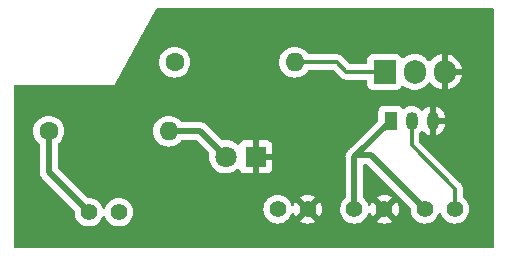
<source format=gbr>
G04 #@! TF.GenerationSoftware,KiCad,Pcbnew,(6.0.7)*
G04 #@! TF.CreationDate,2022-08-24T05:43:28-04:00*
G04 #@! TF.ProjectId,control temperatura,636f6e74-726f-46c2-9074-656d70657261,rev?*
G04 #@! TF.SameCoordinates,Original*
G04 #@! TF.FileFunction,Copper,L1,Top*
G04 #@! TF.FilePolarity,Positive*
%FSLAX46Y46*%
G04 Gerber Fmt 4.6, Leading zero omitted, Abs format (unit mm)*
G04 Created by KiCad (PCBNEW (6.0.7)) date 2022-08-24 05:43:28*
%MOMM*%
%LPD*%
G01*
G04 APERTURE LIST*
G04 #@! TA.AperFunction,ComponentPad*
%ADD10C,1.400000*%
G04 #@! TD*
G04 #@! TA.AperFunction,ComponentPad*
%ADD11C,1.600000*%
G04 #@! TD*
G04 #@! TA.AperFunction,ComponentPad*
%ADD12O,1.600000X1.600000*%
G04 #@! TD*
G04 #@! TA.AperFunction,ComponentPad*
%ADD13R,1.050000X1.500000*%
G04 #@! TD*
G04 #@! TA.AperFunction,ComponentPad*
%ADD14O,1.050000X1.500000*%
G04 #@! TD*
G04 #@! TA.AperFunction,ComponentPad*
%ADD15R,1.800000X1.800000*%
G04 #@! TD*
G04 #@! TA.AperFunction,ComponentPad*
%ADD16C,1.800000*%
G04 #@! TD*
G04 #@! TA.AperFunction,ComponentPad*
%ADD17R,1.905000X2.000000*%
G04 #@! TD*
G04 #@! TA.AperFunction,ComponentPad*
%ADD18O,1.905000X2.000000*%
G04 #@! TD*
G04 #@! TA.AperFunction,Conductor*
%ADD19C,0.500000*%
G04 #@! TD*
G04 #@! TA.AperFunction,Conductor*
%ADD20C,0.300000*%
G04 #@! TD*
G04 APERTURE END LIST*
D10*
X143750000Y-71000000D03*
X146290000Y-71000000D03*
X137250000Y-71000000D03*
X139790000Y-71000000D03*
D11*
X117856000Y-64389000D03*
D12*
X128016000Y-64389000D03*
D13*
X146812000Y-63500000D03*
D14*
X148590000Y-63500000D03*
X150368000Y-63500000D03*
D10*
X152250000Y-71000000D03*
X149710000Y-71000000D03*
D15*
X135382000Y-66548000D03*
D16*
X132842000Y-66548000D03*
D10*
X123805000Y-71247000D03*
X121265000Y-71247000D03*
D17*
X146304000Y-59365000D03*
D18*
X148844000Y-59365000D03*
X151384000Y-59365000D03*
D11*
X128524000Y-58547000D03*
D12*
X138684000Y-58547000D03*
D19*
X149710000Y-71000000D02*
X145116000Y-66406000D01*
X143906000Y-66406000D02*
X146812000Y-63500000D01*
X143750000Y-66562000D02*
X143906000Y-66406000D01*
X145116000Y-66406000D02*
X143906000Y-66406000D01*
X143750000Y-71000000D02*
X143750000Y-66562000D01*
D20*
X148590000Y-65590000D02*
X148590000Y-63500000D01*
X152250000Y-69250000D02*
X148590000Y-65590000D01*
X152250000Y-71000000D02*
X152250000Y-69250000D01*
D19*
X130683000Y-64389000D02*
X128016000Y-64389000D01*
X132842000Y-66548000D02*
X130683000Y-64389000D01*
D20*
X128397000Y-58420000D02*
X128524000Y-58547000D01*
D19*
X117856000Y-67838000D02*
X117856000Y-64389000D01*
X121265000Y-71247000D02*
X117856000Y-67838000D01*
D20*
X143058000Y-59365000D02*
X146304000Y-59365000D01*
X142240000Y-58547000D02*
X143058000Y-59365000D01*
X138684000Y-58547000D02*
X142240000Y-58547000D01*
G04 #@! TA.AperFunction,Conductor*
G36*
X155517121Y-53995002D02*
G01*
X155563614Y-54048658D01*
X155575000Y-54101000D01*
X155575000Y-74169000D01*
X155554998Y-74237121D01*
X155501342Y-74283614D01*
X155449000Y-74295000D01*
X115060799Y-74295000D01*
X114992678Y-74274998D01*
X114946185Y-74221342D01*
X114934799Y-74169201D01*
X114932070Y-72459637D01*
X114919188Y-64389000D01*
X116542502Y-64389000D01*
X116562457Y-64617087D01*
X116563881Y-64622400D01*
X116563881Y-64622402D01*
X116610238Y-64795405D01*
X116621716Y-64838243D01*
X116624039Y-64843224D01*
X116624039Y-64843225D01*
X116716151Y-65040762D01*
X116716154Y-65040767D01*
X116718477Y-65045749D01*
X116721634Y-65050257D01*
X116813575Y-65181562D01*
X116849802Y-65233300D01*
X117011700Y-65395198D01*
X117043771Y-65417655D01*
X117088099Y-65473110D01*
X117097500Y-65520867D01*
X117097500Y-67770930D01*
X117096067Y-67789880D01*
X117093961Y-67803724D01*
X117092801Y-67811349D01*
X117093394Y-67818641D01*
X117093394Y-67818644D01*
X117097085Y-67864018D01*
X117097500Y-67874233D01*
X117097500Y-67882293D01*
X117097925Y-67885937D01*
X117100789Y-67910507D01*
X117101222Y-67914882D01*
X117104882Y-67959872D01*
X117107140Y-67987637D01*
X117109396Y-67994601D01*
X117110587Y-68000560D01*
X117111971Y-68006415D01*
X117112818Y-68013681D01*
X117137735Y-68082327D01*
X117139152Y-68086455D01*
X117161649Y-68155899D01*
X117165445Y-68162154D01*
X117167951Y-68167628D01*
X117170670Y-68173058D01*
X117173167Y-68179937D01*
X117177180Y-68186057D01*
X117177180Y-68186058D01*
X117213186Y-68240976D01*
X117215523Y-68244680D01*
X117253405Y-68307107D01*
X117257121Y-68311315D01*
X117257122Y-68311316D01*
X117260803Y-68315484D01*
X117260776Y-68315508D01*
X117263429Y-68318500D01*
X117266132Y-68321733D01*
X117270144Y-68327852D01*
X117275456Y-68332884D01*
X117326383Y-68381128D01*
X117328825Y-68383506D01*
X120021635Y-71076316D01*
X120055661Y-71138628D01*
X120058061Y-71176392D01*
X120055543Y-71205175D01*
X120051884Y-71247000D01*
X120070314Y-71457655D01*
X120071738Y-71462968D01*
X120071738Y-71462970D01*
X120119858Y-71642554D01*
X120125044Y-71661910D01*
X120214411Y-71853558D01*
X120335699Y-72026776D01*
X120485224Y-72176301D01*
X120658442Y-72297589D01*
X120663420Y-72299910D01*
X120663423Y-72299912D01*
X120845108Y-72384633D01*
X120850090Y-72386956D01*
X120855398Y-72388378D01*
X120855400Y-72388379D01*
X121049030Y-72440262D01*
X121049032Y-72440262D01*
X121054345Y-72441686D01*
X121265000Y-72460116D01*
X121475655Y-72441686D01*
X121480968Y-72440262D01*
X121480970Y-72440262D01*
X121674600Y-72388379D01*
X121674602Y-72388378D01*
X121679910Y-72386956D01*
X121684892Y-72384633D01*
X121866577Y-72299912D01*
X121866580Y-72299910D01*
X121871558Y-72297589D01*
X122044776Y-72176301D01*
X122194301Y-72026776D01*
X122315589Y-71853558D01*
X122404956Y-71661910D01*
X122410143Y-71642554D01*
X122413293Y-71630796D01*
X122450245Y-71570173D01*
X122514106Y-71539152D01*
X122584600Y-71547580D01*
X122639347Y-71592783D01*
X122656707Y-71630796D01*
X122659858Y-71642554D01*
X122665044Y-71661910D01*
X122754411Y-71853558D01*
X122875699Y-72026776D01*
X123025224Y-72176301D01*
X123198442Y-72297589D01*
X123203420Y-72299910D01*
X123203423Y-72299912D01*
X123385108Y-72384633D01*
X123390090Y-72386956D01*
X123395398Y-72388378D01*
X123395400Y-72388379D01*
X123589030Y-72440262D01*
X123589032Y-72440262D01*
X123594345Y-72441686D01*
X123805000Y-72460116D01*
X124015655Y-72441686D01*
X124020968Y-72440262D01*
X124020970Y-72440262D01*
X124214600Y-72388379D01*
X124214602Y-72388378D01*
X124219910Y-72386956D01*
X124224892Y-72384633D01*
X124406577Y-72299912D01*
X124406580Y-72299910D01*
X124411558Y-72297589D01*
X124584776Y-72176301D01*
X124734301Y-72026776D01*
X124855589Y-71853558D01*
X124944956Y-71661910D01*
X124950143Y-71642554D01*
X124998262Y-71462970D01*
X124998262Y-71462968D01*
X124999686Y-71457655D01*
X125018116Y-71247000D01*
X124999686Y-71036345D01*
X124998262Y-71031030D01*
X124989948Y-71000000D01*
X136036884Y-71000000D01*
X136055314Y-71210655D01*
X136056738Y-71215968D01*
X136056738Y-71215970D01*
X136108575Y-71409426D01*
X136110044Y-71414910D01*
X136112366Y-71419891D01*
X136112367Y-71419892D01*
X136192988Y-71592783D01*
X136199411Y-71606558D01*
X136320699Y-71779776D01*
X136470224Y-71929301D01*
X136643442Y-72050589D01*
X136648420Y-72052910D01*
X136648423Y-72052912D01*
X136829092Y-72137159D01*
X136835090Y-72139956D01*
X136840398Y-72141378D01*
X136840400Y-72141379D01*
X137034030Y-72193262D01*
X137034032Y-72193262D01*
X137039345Y-72194686D01*
X137250000Y-72213116D01*
X137460655Y-72194686D01*
X137465968Y-72193262D01*
X137465970Y-72193262D01*
X137659600Y-72141379D01*
X137659602Y-72141378D01*
X137664910Y-72139956D01*
X137670908Y-72137159D01*
X137851577Y-72052912D01*
X137851580Y-72052910D01*
X137856558Y-72050589D01*
X137908440Y-72014261D01*
X139140294Y-72014261D01*
X139149590Y-72026276D01*
X139179189Y-72047001D01*
X139188677Y-72052479D01*
X139370277Y-72137159D01*
X139380571Y-72140907D01*
X139574122Y-72192769D01*
X139584909Y-72194671D01*
X139784525Y-72212135D01*
X139795475Y-72212135D01*
X139995091Y-72194671D01*
X140005878Y-72192769D01*
X140199429Y-72140907D01*
X140209723Y-72137159D01*
X140391323Y-72052479D01*
X140400811Y-72047001D01*
X140431248Y-72025689D01*
X140439623Y-72015212D01*
X140432554Y-72001764D01*
X139802812Y-71372022D01*
X139788868Y-71364408D01*
X139787035Y-71364539D01*
X139780420Y-71368790D01*
X139146724Y-72002486D01*
X139140294Y-72014261D01*
X137908440Y-72014261D01*
X138029776Y-71929301D01*
X138179301Y-71779776D01*
X138300589Y-71606558D01*
X138307013Y-71592783D01*
X138387633Y-71419892D01*
X138387634Y-71419891D01*
X138389956Y-71414910D01*
X138391379Y-71409600D01*
X138391382Y-71409592D01*
X138398553Y-71382829D01*
X138435504Y-71322207D01*
X138499365Y-71291185D01*
X138569860Y-71299614D01*
X138624606Y-71344818D01*
X138641966Y-71382830D01*
X138649092Y-71409426D01*
X138652841Y-71419723D01*
X138737521Y-71601323D01*
X138742999Y-71610811D01*
X138764311Y-71641248D01*
X138774788Y-71649623D01*
X138788236Y-71642554D01*
X139417978Y-71012812D01*
X139424356Y-71001132D01*
X140154408Y-71001132D01*
X140154539Y-71002965D01*
X140158790Y-71009580D01*
X140792486Y-71643276D01*
X140804261Y-71649706D01*
X140816276Y-71640410D01*
X140837001Y-71610811D01*
X140842479Y-71601323D01*
X140927159Y-71419723D01*
X140930907Y-71409429D01*
X140982769Y-71215878D01*
X140984671Y-71205091D01*
X141002135Y-71005475D01*
X141002135Y-71000000D01*
X142536884Y-71000000D01*
X142555314Y-71210655D01*
X142556738Y-71215968D01*
X142556738Y-71215970D01*
X142608575Y-71409426D01*
X142610044Y-71414910D01*
X142612366Y-71419891D01*
X142612367Y-71419892D01*
X142692988Y-71592783D01*
X142699411Y-71606558D01*
X142820699Y-71779776D01*
X142970224Y-71929301D01*
X143143442Y-72050589D01*
X143148420Y-72052910D01*
X143148423Y-72052912D01*
X143329092Y-72137159D01*
X143335090Y-72139956D01*
X143340398Y-72141378D01*
X143340400Y-72141379D01*
X143534030Y-72193262D01*
X143534032Y-72193262D01*
X143539345Y-72194686D01*
X143750000Y-72213116D01*
X143960655Y-72194686D01*
X143965968Y-72193262D01*
X143965970Y-72193262D01*
X144159600Y-72141379D01*
X144159602Y-72141378D01*
X144164910Y-72139956D01*
X144170908Y-72137159D01*
X144351577Y-72052912D01*
X144351580Y-72052910D01*
X144356558Y-72050589D01*
X144408440Y-72014261D01*
X145640294Y-72014261D01*
X145649590Y-72026276D01*
X145679189Y-72047001D01*
X145688677Y-72052479D01*
X145870277Y-72137159D01*
X145880571Y-72140907D01*
X146074122Y-72192769D01*
X146084909Y-72194671D01*
X146284525Y-72212135D01*
X146295475Y-72212135D01*
X146495091Y-72194671D01*
X146505878Y-72192769D01*
X146699429Y-72140907D01*
X146709723Y-72137159D01*
X146891323Y-72052479D01*
X146900811Y-72047001D01*
X146931248Y-72025689D01*
X146939623Y-72015212D01*
X146932554Y-72001764D01*
X146302812Y-71372022D01*
X146288868Y-71364408D01*
X146287035Y-71364539D01*
X146280420Y-71368790D01*
X145646724Y-72002486D01*
X145640294Y-72014261D01*
X144408440Y-72014261D01*
X144529776Y-71929301D01*
X144679301Y-71779776D01*
X144800589Y-71606558D01*
X144807013Y-71592783D01*
X144887633Y-71419892D01*
X144887634Y-71419891D01*
X144889956Y-71414910D01*
X144891379Y-71409600D01*
X144891382Y-71409592D01*
X144898553Y-71382829D01*
X144935504Y-71322207D01*
X144999365Y-71291185D01*
X145069860Y-71299614D01*
X145124606Y-71344818D01*
X145141966Y-71382830D01*
X145149092Y-71409426D01*
X145152841Y-71419723D01*
X145237521Y-71601323D01*
X145242999Y-71610811D01*
X145264311Y-71641248D01*
X145274788Y-71649623D01*
X145288236Y-71642554D01*
X145917978Y-71012812D01*
X145924356Y-71001132D01*
X146654408Y-71001132D01*
X146654539Y-71002965D01*
X146658790Y-71009580D01*
X147292486Y-71643276D01*
X147304261Y-71649706D01*
X147316276Y-71640410D01*
X147337001Y-71610811D01*
X147342479Y-71601323D01*
X147427159Y-71419723D01*
X147430907Y-71409429D01*
X147482769Y-71215878D01*
X147484671Y-71205091D01*
X147502135Y-71005475D01*
X147502135Y-70994525D01*
X147484671Y-70794909D01*
X147482769Y-70784122D01*
X147430907Y-70590571D01*
X147427159Y-70580277D01*
X147342479Y-70398677D01*
X147337001Y-70389189D01*
X147315689Y-70358752D01*
X147305212Y-70350377D01*
X147291764Y-70357446D01*
X146662022Y-70987188D01*
X146654408Y-71001132D01*
X145924356Y-71001132D01*
X145925592Y-70998868D01*
X145925461Y-70997035D01*
X145921210Y-70990420D01*
X145287514Y-70356724D01*
X145275739Y-70350294D01*
X145263724Y-70359590D01*
X145242999Y-70389189D01*
X145237521Y-70398677D01*
X145152841Y-70580277D01*
X145149092Y-70590574D01*
X145141966Y-70617170D01*
X145105014Y-70677793D01*
X145041154Y-70708814D01*
X144970659Y-70700386D01*
X144915912Y-70655183D01*
X144898553Y-70617171D01*
X144891382Y-70590408D01*
X144891378Y-70590397D01*
X144889956Y-70585090D01*
X144800589Y-70393442D01*
X144679301Y-70220224D01*
X144545405Y-70086328D01*
X144511379Y-70024016D01*
X144508500Y-69997233D01*
X144508500Y-69984788D01*
X145640377Y-69984788D01*
X145647446Y-69998236D01*
X146277188Y-70627978D01*
X146291132Y-70635592D01*
X146292965Y-70635461D01*
X146299580Y-70631210D01*
X146933276Y-69997514D01*
X146939706Y-69985739D01*
X146930410Y-69973724D01*
X146900811Y-69952999D01*
X146891323Y-69947521D01*
X146709723Y-69862841D01*
X146699429Y-69859093D01*
X146505878Y-69807231D01*
X146495091Y-69805329D01*
X146295475Y-69787865D01*
X146284525Y-69787865D01*
X146084909Y-69805329D01*
X146074122Y-69807231D01*
X145880571Y-69859093D01*
X145870277Y-69862841D01*
X145688677Y-69947521D01*
X145679189Y-69952999D01*
X145648752Y-69974311D01*
X145640377Y-69984788D01*
X144508500Y-69984788D01*
X144508500Y-67290500D01*
X144528502Y-67222379D01*
X144582158Y-67175886D01*
X144634500Y-67164500D01*
X144749629Y-67164500D01*
X144817750Y-67184502D01*
X144838724Y-67201405D01*
X148466635Y-70829316D01*
X148500661Y-70891628D01*
X148503061Y-70929392D01*
X148500834Y-70954848D01*
X148496884Y-71000000D01*
X148515314Y-71210655D01*
X148516738Y-71215968D01*
X148516738Y-71215970D01*
X148568575Y-71409426D01*
X148570044Y-71414910D01*
X148572366Y-71419891D01*
X148572367Y-71419892D01*
X148652988Y-71592783D01*
X148659411Y-71606558D01*
X148780699Y-71779776D01*
X148930224Y-71929301D01*
X149103442Y-72050589D01*
X149108420Y-72052910D01*
X149108423Y-72052912D01*
X149289092Y-72137159D01*
X149295090Y-72139956D01*
X149300398Y-72141378D01*
X149300400Y-72141379D01*
X149494030Y-72193262D01*
X149494032Y-72193262D01*
X149499345Y-72194686D01*
X149710000Y-72213116D01*
X149920655Y-72194686D01*
X149925968Y-72193262D01*
X149925970Y-72193262D01*
X150119600Y-72141379D01*
X150119602Y-72141378D01*
X150124910Y-72139956D01*
X150130908Y-72137159D01*
X150311577Y-72052912D01*
X150311580Y-72052910D01*
X150316558Y-72050589D01*
X150489776Y-71929301D01*
X150639301Y-71779776D01*
X150760589Y-71606558D01*
X150767013Y-71592783D01*
X150847633Y-71419892D01*
X150847634Y-71419891D01*
X150849956Y-71414910D01*
X150851426Y-71409426D01*
X150858293Y-71383796D01*
X150895245Y-71323173D01*
X150959106Y-71292152D01*
X151029600Y-71300580D01*
X151084347Y-71345783D01*
X151101707Y-71383796D01*
X151108575Y-71409426D01*
X151110044Y-71414910D01*
X151112366Y-71419891D01*
X151112367Y-71419892D01*
X151192988Y-71592783D01*
X151199411Y-71606558D01*
X151320699Y-71779776D01*
X151470224Y-71929301D01*
X151643442Y-72050589D01*
X151648420Y-72052910D01*
X151648423Y-72052912D01*
X151829092Y-72137159D01*
X151835090Y-72139956D01*
X151840398Y-72141378D01*
X151840400Y-72141379D01*
X152034030Y-72193262D01*
X152034032Y-72193262D01*
X152039345Y-72194686D01*
X152250000Y-72213116D01*
X152460655Y-72194686D01*
X152465968Y-72193262D01*
X152465970Y-72193262D01*
X152659600Y-72141379D01*
X152659602Y-72141378D01*
X152664910Y-72139956D01*
X152670908Y-72137159D01*
X152851577Y-72052912D01*
X152851580Y-72052910D01*
X152856558Y-72050589D01*
X153029776Y-71929301D01*
X153179301Y-71779776D01*
X153300589Y-71606558D01*
X153307013Y-71592783D01*
X153387633Y-71419892D01*
X153387634Y-71419891D01*
X153389956Y-71414910D01*
X153391426Y-71409426D01*
X153443262Y-71215970D01*
X153443262Y-71215968D01*
X153444686Y-71210655D01*
X153463116Y-71000000D01*
X153444686Y-70789345D01*
X153422849Y-70707848D01*
X153391379Y-70590400D01*
X153391378Y-70590398D01*
X153389956Y-70585090D01*
X153300589Y-70393442D01*
X153179301Y-70220224D01*
X153029776Y-70070699D01*
X152962230Y-70023403D01*
X152917901Y-69967946D01*
X152908500Y-69920190D01*
X152908500Y-69332059D01*
X152909059Y-69320203D01*
X152910789Y-69312463D01*
X152908562Y-69241611D01*
X152908500Y-69237653D01*
X152908500Y-69208568D01*
X152907946Y-69204179D01*
X152907013Y-69192337D01*
X152905811Y-69154094D01*
X152905562Y-69146169D01*
X152899580Y-69125579D01*
X152895570Y-69106216D01*
X152893875Y-69092796D01*
X152893875Y-69092795D01*
X152892882Y-69084936D01*
X152889966Y-69077571D01*
X152889965Y-69077567D01*
X152875874Y-69041979D01*
X152872035Y-69030769D01*
X152859145Y-68986400D01*
X152848225Y-68967935D01*
X152839534Y-68950195D01*
X152831635Y-68930244D01*
X152804482Y-68892871D01*
X152797967Y-68882952D01*
X152778493Y-68850023D01*
X152778490Y-68850019D01*
X152774453Y-68843193D01*
X152759289Y-68828029D01*
X152746448Y-68812995D01*
X152738501Y-68802057D01*
X152733841Y-68795643D01*
X152698247Y-68766197D01*
X152689468Y-68758208D01*
X149285405Y-65354145D01*
X149251379Y-65291833D01*
X149248500Y-65265050D01*
X149248500Y-64582104D01*
X149268502Y-64513983D01*
X149295544Y-64483911D01*
X149316601Y-64466981D01*
X149322176Y-64460338D01*
X149382742Y-64388157D01*
X149441852Y-64348830D01*
X149512840Y-64347704D01*
X149576907Y-64389512D01*
X149627572Y-64451634D01*
X149636216Y-64460338D01*
X149782809Y-64581610D01*
X149792980Y-64588470D01*
X149960342Y-64678962D01*
X149971647Y-64683714D01*
X150096692Y-64722422D01*
X150110795Y-64722628D01*
X150114000Y-64715873D01*
X150114000Y-64708986D01*
X150622000Y-64708986D01*
X150625973Y-64722517D01*
X150633768Y-64723637D01*
X150750932Y-64689154D01*
X150762300Y-64684561D01*
X150930911Y-64596414D01*
X150941173Y-64589698D01*
X151089443Y-64470485D01*
X151098213Y-64461897D01*
X151220499Y-64316162D01*
X151227437Y-64306031D01*
X151319094Y-64139308D01*
X151323924Y-64128038D01*
X151381452Y-63946685D01*
X151384002Y-63934691D01*
X151400607Y-63786650D01*
X151401000Y-63779626D01*
X151401000Y-63772115D01*
X151396525Y-63756876D01*
X151395135Y-63755671D01*
X151387452Y-63754000D01*
X150640115Y-63754000D01*
X150624876Y-63758475D01*
X150623671Y-63759865D01*
X150622000Y-63767548D01*
X150622000Y-64708986D01*
X150114000Y-64708986D01*
X150114000Y-63227885D01*
X150622000Y-63227885D01*
X150626475Y-63243124D01*
X150627865Y-63244329D01*
X150635548Y-63246000D01*
X151382885Y-63246000D01*
X151398124Y-63241525D01*
X151399329Y-63240135D01*
X151401000Y-63232452D01*
X151401000Y-63227110D01*
X151400700Y-63220965D01*
X151386830Y-63079519D01*
X151384447Y-63067481D01*
X151329458Y-62885349D01*
X151324783Y-62874007D01*
X151235465Y-62706023D01*
X151228678Y-62695807D01*
X151108428Y-62548366D01*
X151099784Y-62539662D01*
X150953191Y-62418390D01*
X150943020Y-62411530D01*
X150775658Y-62321038D01*
X150764353Y-62316286D01*
X150639308Y-62277578D01*
X150625205Y-62277372D01*
X150622000Y-62284127D01*
X150622000Y-63227885D01*
X150114000Y-63227885D01*
X150114000Y-62291014D01*
X150110027Y-62277483D01*
X150102232Y-62276363D01*
X149985068Y-62310846D01*
X149973700Y-62315439D01*
X149805089Y-62403586D01*
X149794827Y-62410302D01*
X149646557Y-62529515D01*
X149637791Y-62538099D01*
X149575907Y-62611849D01*
X149516797Y-62651175D01*
X149445810Y-62652301D01*
X149381743Y-62610493D01*
X149330785Y-62548012D01*
X149330782Y-62548009D01*
X149326890Y-62543237D01*
X149322141Y-62539308D01*
X149175472Y-62417973D01*
X149175469Y-62417971D01*
X149170722Y-62414044D01*
X148992435Y-62317644D01*
X148859078Y-62276363D01*
X148804707Y-62259532D01*
X148804704Y-62259531D01*
X148798820Y-62257710D01*
X148792695Y-62257066D01*
X148792694Y-62257066D01*
X148603378Y-62237168D01*
X148603377Y-62237168D01*
X148597250Y-62236524D01*
X148513986Y-62244102D01*
X148401543Y-62254335D01*
X148401540Y-62254336D01*
X148395404Y-62254894D01*
X148389498Y-62256632D01*
X148389494Y-62256633D01*
X148296079Y-62284127D01*
X148200971Y-62312119D01*
X148195514Y-62314972D01*
X148195511Y-62314973D01*
X148183910Y-62321038D01*
X148021355Y-62406019D01*
X148016555Y-62409879D01*
X148016554Y-62409879D01*
X147931607Y-62478178D01*
X147865984Y-62505274D01*
X147796130Y-62492591D01*
X147751829Y-62455546D01*
X147718528Y-62411113D01*
X147700261Y-62386739D01*
X147583705Y-62299385D01*
X147447316Y-62248255D01*
X147385134Y-62241500D01*
X146238866Y-62241500D01*
X146176684Y-62248255D01*
X146040295Y-62299385D01*
X145923739Y-62386739D01*
X145836385Y-62503295D01*
X145785255Y-62639684D01*
X145778500Y-62701866D01*
X145778500Y-63408629D01*
X145758498Y-63476750D01*
X145741595Y-63497724D01*
X143431850Y-65807469D01*
X143423577Y-65815037D01*
X143422268Y-65816132D01*
X143416148Y-65820144D01*
X143384455Y-65853600D01*
X143362872Y-65876383D01*
X143360494Y-65878825D01*
X143261089Y-65978230D01*
X143246677Y-65990616D01*
X143235082Y-65999149D01*
X143235077Y-65999154D01*
X143229182Y-66003492D01*
X143224443Y-66009070D01*
X143224440Y-66009073D01*
X143194965Y-66043768D01*
X143188035Y-66051284D01*
X143182340Y-66056979D01*
X143180060Y-66059861D01*
X143164719Y-66079251D01*
X143161928Y-66082655D01*
X143119409Y-66132703D01*
X143114667Y-66138285D01*
X143111339Y-66144801D01*
X143107972Y-66149850D01*
X143104805Y-66154979D01*
X143100266Y-66160716D01*
X143069345Y-66226875D01*
X143067442Y-66230769D01*
X143034231Y-66295808D01*
X143032492Y-66302916D01*
X143030393Y-66308559D01*
X143028476Y-66314322D01*
X143025378Y-66320950D01*
X143023888Y-66328112D01*
X143023888Y-66328113D01*
X143010514Y-66392412D01*
X143009544Y-66396696D01*
X142992192Y-66467610D01*
X142991500Y-66478764D01*
X142991464Y-66478762D01*
X142991225Y-66482755D01*
X142990851Y-66486947D01*
X142989360Y-66494115D01*
X142989558Y-66501432D01*
X142991454Y-66571521D01*
X142991500Y-66574928D01*
X142991500Y-69997233D01*
X142971498Y-70065354D01*
X142954595Y-70086328D01*
X142820699Y-70220224D01*
X142699411Y-70393442D01*
X142610044Y-70585090D01*
X142608622Y-70590398D01*
X142608621Y-70590400D01*
X142577151Y-70707848D01*
X142555314Y-70789345D01*
X142536884Y-71000000D01*
X141002135Y-71000000D01*
X141002135Y-70994525D01*
X140984671Y-70794909D01*
X140982769Y-70784122D01*
X140930907Y-70590571D01*
X140927159Y-70580277D01*
X140842479Y-70398677D01*
X140837001Y-70389189D01*
X140815689Y-70358752D01*
X140805212Y-70350377D01*
X140791764Y-70357446D01*
X140162022Y-70987188D01*
X140154408Y-71001132D01*
X139424356Y-71001132D01*
X139425592Y-70998868D01*
X139425461Y-70997035D01*
X139421210Y-70990420D01*
X138787514Y-70356724D01*
X138775739Y-70350294D01*
X138763724Y-70359590D01*
X138742999Y-70389189D01*
X138737521Y-70398677D01*
X138652841Y-70580277D01*
X138649092Y-70590574D01*
X138641966Y-70617170D01*
X138605014Y-70677793D01*
X138541154Y-70708814D01*
X138470659Y-70700386D01*
X138415912Y-70655183D01*
X138398553Y-70617171D01*
X138391382Y-70590408D01*
X138391378Y-70590397D01*
X138389956Y-70585090D01*
X138300589Y-70393442D01*
X138179301Y-70220224D01*
X138029776Y-70070699D01*
X137907082Y-69984788D01*
X139140377Y-69984788D01*
X139147446Y-69998236D01*
X139777188Y-70627978D01*
X139791132Y-70635592D01*
X139792965Y-70635461D01*
X139799580Y-70631210D01*
X140433276Y-69997514D01*
X140439706Y-69985739D01*
X140430410Y-69973724D01*
X140400811Y-69952999D01*
X140391323Y-69947521D01*
X140209723Y-69862841D01*
X140199429Y-69859093D01*
X140005878Y-69807231D01*
X139995091Y-69805329D01*
X139795475Y-69787865D01*
X139784525Y-69787865D01*
X139584909Y-69805329D01*
X139574122Y-69807231D01*
X139380571Y-69859093D01*
X139370277Y-69862841D01*
X139188677Y-69947521D01*
X139179189Y-69952999D01*
X139148752Y-69974311D01*
X139140377Y-69984788D01*
X137907082Y-69984788D01*
X137856558Y-69949411D01*
X137851580Y-69947090D01*
X137851577Y-69947088D01*
X137669892Y-69862367D01*
X137669891Y-69862366D01*
X137664910Y-69860044D01*
X137659602Y-69858622D01*
X137659600Y-69858621D01*
X137465970Y-69806738D01*
X137465968Y-69806738D01*
X137460655Y-69805314D01*
X137250000Y-69786884D01*
X137039345Y-69805314D01*
X137034032Y-69806738D01*
X137034030Y-69806738D01*
X136840400Y-69858621D01*
X136840398Y-69858622D01*
X136835090Y-69860044D01*
X136830109Y-69862366D01*
X136830108Y-69862367D01*
X136648423Y-69947088D01*
X136648420Y-69947090D01*
X136643442Y-69949411D01*
X136470224Y-70070699D01*
X136320699Y-70220224D01*
X136199411Y-70393442D01*
X136110044Y-70585090D01*
X136108622Y-70590398D01*
X136108621Y-70590400D01*
X136077151Y-70707848D01*
X136055314Y-70789345D01*
X136036884Y-71000000D01*
X124989948Y-71000000D01*
X124946379Y-70837400D01*
X124946378Y-70837398D01*
X124944956Y-70832090D01*
X124922545Y-70784030D01*
X124857912Y-70645423D01*
X124857910Y-70645420D01*
X124855589Y-70640442D01*
X124734301Y-70467224D01*
X124584776Y-70317699D01*
X124411558Y-70196411D01*
X124406580Y-70194090D01*
X124406577Y-70194088D01*
X124224892Y-70109367D01*
X124224891Y-70109366D01*
X124219910Y-70107044D01*
X124214602Y-70105622D01*
X124214600Y-70105621D01*
X124020970Y-70053738D01*
X124020968Y-70053738D01*
X124015655Y-70052314D01*
X123805000Y-70033884D01*
X123594345Y-70052314D01*
X123589032Y-70053738D01*
X123589030Y-70053738D01*
X123395400Y-70105621D01*
X123395398Y-70105622D01*
X123390090Y-70107044D01*
X123385109Y-70109366D01*
X123385108Y-70109367D01*
X123203423Y-70194088D01*
X123203420Y-70194090D01*
X123198442Y-70196411D01*
X123025224Y-70317699D01*
X122875699Y-70467224D01*
X122754411Y-70640442D01*
X122752090Y-70645420D01*
X122752088Y-70645423D01*
X122687455Y-70784030D01*
X122665044Y-70832090D01*
X122663622Y-70837398D01*
X122663621Y-70837400D01*
X122656707Y-70863204D01*
X122619755Y-70923827D01*
X122555894Y-70954848D01*
X122485400Y-70946420D01*
X122430653Y-70901217D01*
X122413293Y-70863204D01*
X122406379Y-70837400D01*
X122406378Y-70837398D01*
X122404956Y-70832090D01*
X122382545Y-70784030D01*
X122317912Y-70645423D01*
X122317910Y-70645420D01*
X122315589Y-70640442D01*
X122194301Y-70467224D01*
X122044776Y-70317699D01*
X121871558Y-70196411D01*
X121866580Y-70194090D01*
X121866577Y-70194088D01*
X121684892Y-70109367D01*
X121684891Y-70109366D01*
X121679910Y-70107044D01*
X121674602Y-70105622D01*
X121674600Y-70105621D01*
X121480970Y-70053738D01*
X121480968Y-70053738D01*
X121475655Y-70052314D01*
X121265000Y-70033884D01*
X121259525Y-70034363D01*
X121259524Y-70034363D01*
X121194392Y-70040061D01*
X121124787Y-70026071D01*
X121094316Y-70003635D01*
X118651405Y-67560724D01*
X118617379Y-67498412D01*
X118614500Y-67471629D01*
X118614500Y-65520867D01*
X118634502Y-65452746D01*
X118668228Y-65417655D01*
X118700300Y-65395198D01*
X118862198Y-65233300D01*
X118898426Y-65181562D01*
X118990366Y-65050257D01*
X118993523Y-65045749D01*
X118995846Y-65040767D01*
X118995849Y-65040762D01*
X119087961Y-64843225D01*
X119087961Y-64843224D01*
X119090284Y-64838243D01*
X119101763Y-64795405D01*
X119148119Y-64622402D01*
X119148119Y-64622400D01*
X119149543Y-64617087D01*
X119169498Y-64389000D01*
X126702502Y-64389000D01*
X126722457Y-64617087D01*
X126723881Y-64622400D01*
X126723881Y-64622402D01*
X126770238Y-64795405D01*
X126781716Y-64838243D01*
X126784039Y-64843224D01*
X126784039Y-64843225D01*
X126876151Y-65040762D01*
X126876154Y-65040767D01*
X126878477Y-65045749D01*
X126881634Y-65050257D01*
X126973575Y-65181562D01*
X127009802Y-65233300D01*
X127171700Y-65395198D01*
X127176208Y-65398355D01*
X127176211Y-65398357D01*
X127192762Y-65409946D01*
X127359251Y-65526523D01*
X127364233Y-65528846D01*
X127364238Y-65528849D01*
X127513326Y-65598369D01*
X127566757Y-65623284D01*
X127572065Y-65624706D01*
X127572067Y-65624707D01*
X127782598Y-65681119D01*
X127782600Y-65681119D01*
X127787913Y-65682543D01*
X128016000Y-65702498D01*
X128244087Y-65682543D01*
X128249400Y-65681119D01*
X128249402Y-65681119D01*
X128459933Y-65624707D01*
X128459935Y-65624706D01*
X128465243Y-65623284D01*
X128518674Y-65598369D01*
X128667762Y-65528849D01*
X128667767Y-65528846D01*
X128672749Y-65526523D01*
X128839238Y-65409946D01*
X128855789Y-65398357D01*
X128855792Y-65398355D01*
X128860300Y-65395198D01*
X129022198Y-65233300D01*
X129044655Y-65201229D01*
X129100110Y-65156901D01*
X129147867Y-65147500D01*
X130316629Y-65147500D01*
X130384750Y-65167502D01*
X130405724Y-65184405D01*
X131416017Y-66194698D01*
X131450043Y-66257010D01*
X131452209Y-66297182D01*
X131449669Y-66320950D01*
X131429095Y-66513469D01*
X131429392Y-66518622D01*
X131429392Y-66518625D01*
X131435067Y-66617041D01*
X131442427Y-66744697D01*
X131443564Y-66749743D01*
X131443565Y-66749749D01*
X131458394Y-66815548D01*
X131493346Y-66970642D01*
X131495288Y-66975424D01*
X131495289Y-66975428D01*
X131576687Y-67175886D01*
X131580484Y-67185237D01*
X131701501Y-67382719D01*
X131853147Y-67557784D01*
X132031349Y-67705730D01*
X132231322Y-67822584D01*
X132447694Y-67905209D01*
X132452760Y-67906240D01*
X132452761Y-67906240D01*
X132473734Y-67910507D01*
X132674656Y-67951385D01*
X132805324Y-67956176D01*
X132900949Y-67959683D01*
X132900953Y-67959683D01*
X132906113Y-67959872D01*
X132911233Y-67959216D01*
X132911235Y-67959216D01*
X133010668Y-67946478D01*
X133135847Y-67930442D01*
X133140795Y-67928957D01*
X133140802Y-67928956D01*
X133352747Y-67865369D01*
X133357690Y-67863886D01*
X133438236Y-67824427D01*
X133561049Y-67764262D01*
X133561052Y-67764260D01*
X133565684Y-67761991D01*
X133754243Y-67627494D01*
X133757898Y-67623852D01*
X133757906Y-67623845D01*
X133799697Y-67582199D01*
X133862068Y-67548282D01*
X133932875Y-67553470D01*
X133989637Y-67596116D01*
X134006619Y-67627218D01*
X134028677Y-67686056D01*
X134037214Y-67701649D01*
X134113715Y-67803724D01*
X134126276Y-67816285D01*
X134228351Y-67892786D01*
X134243946Y-67901324D01*
X134364394Y-67946478D01*
X134379649Y-67950105D01*
X134430514Y-67955631D01*
X134437328Y-67956000D01*
X135109885Y-67956000D01*
X135125124Y-67951525D01*
X135126329Y-67950135D01*
X135128000Y-67942452D01*
X135128000Y-67937884D01*
X135636000Y-67937884D01*
X135640475Y-67953123D01*
X135641865Y-67954328D01*
X135649548Y-67955999D01*
X136326669Y-67955999D01*
X136333490Y-67955629D01*
X136384352Y-67950105D01*
X136399604Y-67946479D01*
X136520054Y-67901324D01*
X136535649Y-67892786D01*
X136637724Y-67816285D01*
X136650285Y-67803724D01*
X136726786Y-67701649D01*
X136735324Y-67686054D01*
X136780478Y-67565606D01*
X136784105Y-67550351D01*
X136789631Y-67499486D01*
X136790000Y-67492672D01*
X136790000Y-66820115D01*
X136785525Y-66804876D01*
X136784135Y-66803671D01*
X136776452Y-66802000D01*
X135654115Y-66802000D01*
X135638876Y-66806475D01*
X135637671Y-66807865D01*
X135636000Y-66815548D01*
X135636000Y-67937884D01*
X135128000Y-67937884D01*
X135128000Y-66275885D01*
X135636000Y-66275885D01*
X135640475Y-66291124D01*
X135641865Y-66292329D01*
X135649548Y-66294000D01*
X136771884Y-66294000D01*
X136787123Y-66289525D01*
X136788328Y-66288135D01*
X136789999Y-66280452D01*
X136789999Y-65603331D01*
X136789629Y-65596510D01*
X136784105Y-65545648D01*
X136780479Y-65530396D01*
X136735324Y-65409946D01*
X136726786Y-65394351D01*
X136650285Y-65292276D01*
X136637724Y-65279715D01*
X136535649Y-65203214D01*
X136520054Y-65194676D01*
X136399606Y-65149522D01*
X136384351Y-65145895D01*
X136333486Y-65140369D01*
X136326672Y-65140000D01*
X135654115Y-65140000D01*
X135638876Y-65144475D01*
X135637671Y-65145865D01*
X135636000Y-65153548D01*
X135636000Y-66275885D01*
X135128000Y-66275885D01*
X135128000Y-65158116D01*
X135123525Y-65142877D01*
X135122135Y-65141672D01*
X135114452Y-65140001D01*
X134437331Y-65140001D01*
X134430510Y-65140371D01*
X134379648Y-65145895D01*
X134364396Y-65149521D01*
X134243946Y-65194676D01*
X134228351Y-65203214D01*
X134126276Y-65279715D01*
X134113715Y-65292276D01*
X134037214Y-65394351D01*
X134028675Y-65409948D01*
X134007934Y-65465275D01*
X133965293Y-65522040D01*
X133898731Y-65546740D01*
X133829383Y-65531533D01*
X133806388Y-65514909D01*
X133805887Y-65514358D01*
X133801825Y-65511150D01*
X133628177Y-65374011D01*
X133628172Y-65374008D01*
X133624123Y-65370810D01*
X133619607Y-65368317D01*
X133619604Y-65368315D01*
X133425879Y-65261373D01*
X133425875Y-65261371D01*
X133421355Y-65258876D01*
X133416486Y-65257152D01*
X133416482Y-65257150D01*
X133207903Y-65183288D01*
X133207899Y-65183287D01*
X133203028Y-65181562D01*
X133197935Y-65180655D01*
X133197932Y-65180654D01*
X132980095Y-65141851D01*
X132980089Y-65141850D01*
X132975006Y-65140945D01*
X132897644Y-65140000D01*
X132748581Y-65138179D01*
X132748579Y-65138179D01*
X132743411Y-65138116D01*
X132599515Y-65160135D01*
X132529152Y-65150667D01*
X132491361Y-65124680D01*
X131266770Y-63900089D01*
X131254384Y-63885677D01*
X131245851Y-63874082D01*
X131245846Y-63874077D01*
X131241508Y-63868182D01*
X131235930Y-63863443D01*
X131235927Y-63863440D01*
X131201232Y-63833965D01*
X131193716Y-63827035D01*
X131188021Y-63821340D01*
X131181880Y-63816482D01*
X131165749Y-63803719D01*
X131162345Y-63800928D01*
X131112297Y-63758409D01*
X131112295Y-63758408D01*
X131106715Y-63753667D01*
X131100199Y-63750339D01*
X131095150Y-63746972D01*
X131090021Y-63743805D01*
X131084284Y-63739266D01*
X131018125Y-63708345D01*
X131014225Y-63706439D01*
X130949192Y-63673231D01*
X130942084Y-63671492D01*
X130936441Y-63669393D01*
X130930678Y-63667476D01*
X130924050Y-63664378D01*
X130852583Y-63649513D01*
X130848299Y-63648543D01*
X130777390Y-63631192D01*
X130771788Y-63630844D01*
X130771785Y-63630844D01*
X130766236Y-63630500D01*
X130766238Y-63630464D01*
X130762245Y-63630225D01*
X130758053Y-63629851D01*
X130750885Y-63628360D01*
X130684675Y-63630151D01*
X130673479Y-63630454D01*
X130670072Y-63630500D01*
X129147867Y-63630500D01*
X129079746Y-63610498D01*
X129044655Y-63576772D01*
X129022198Y-63544700D01*
X128860300Y-63382802D01*
X128855792Y-63379645D01*
X128855789Y-63379643D01*
X128777611Y-63324902D01*
X128672749Y-63251477D01*
X128667767Y-63249154D01*
X128667762Y-63249151D01*
X128470225Y-63157039D01*
X128470224Y-63157039D01*
X128465243Y-63154716D01*
X128459935Y-63153294D01*
X128459933Y-63153293D01*
X128249402Y-63096881D01*
X128249400Y-63096881D01*
X128244087Y-63095457D01*
X128016000Y-63075502D01*
X127787913Y-63095457D01*
X127782600Y-63096881D01*
X127782598Y-63096881D01*
X127572067Y-63153293D01*
X127572065Y-63153294D01*
X127566757Y-63154716D01*
X127561776Y-63157039D01*
X127561775Y-63157039D01*
X127364238Y-63249151D01*
X127364233Y-63249154D01*
X127359251Y-63251477D01*
X127254389Y-63324902D01*
X127176211Y-63379643D01*
X127176208Y-63379645D01*
X127171700Y-63382802D01*
X127009802Y-63544700D01*
X126878477Y-63732251D01*
X126876154Y-63737233D01*
X126876151Y-63737238D01*
X126806934Y-63885677D01*
X126781716Y-63939757D01*
X126780294Y-63945065D01*
X126780293Y-63945067D01*
X126731266Y-64128038D01*
X126722457Y-64160913D01*
X126702502Y-64389000D01*
X119169498Y-64389000D01*
X119149543Y-64160913D01*
X119140734Y-64128038D01*
X119091707Y-63945067D01*
X119091706Y-63945065D01*
X119090284Y-63939757D01*
X119065066Y-63885677D01*
X118995849Y-63737238D01*
X118995846Y-63737233D01*
X118993523Y-63732251D01*
X118862198Y-63544700D01*
X118700300Y-63382802D01*
X118695792Y-63379645D01*
X118695789Y-63379643D01*
X118617611Y-63324902D01*
X118512749Y-63251477D01*
X118507767Y-63249154D01*
X118507762Y-63249151D01*
X118310225Y-63157039D01*
X118310224Y-63157039D01*
X118305243Y-63154716D01*
X118299935Y-63153294D01*
X118299933Y-63153293D01*
X118089402Y-63096881D01*
X118089400Y-63096881D01*
X118084087Y-63095457D01*
X117856000Y-63075502D01*
X117627913Y-63095457D01*
X117622600Y-63096881D01*
X117622598Y-63096881D01*
X117412067Y-63153293D01*
X117412065Y-63153294D01*
X117406757Y-63154716D01*
X117401776Y-63157039D01*
X117401775Y-63157039D01*
X117204238Y-63249151D01*
X117204233Y-63249154D01*
X117199251Y-63251477D01*
X117094389Y-63324902D01*
X117016211Y-63379643D01*
X117016208Y-63379645D01*
X117011700Y-63382802D01*
X116849802Y-63544700D01*
X116718477Y-63732251D01*
X116716154Y-63737233D01*
X116716151Y-63737238D01*
X116646934Y-63885677D01*
X116621716Y-63939757D01*
X116620294Y-63945065D01*
X116620293Y-63945067D01*
X116571266Y-64128038D01*
X116562457Y-64160913D01*
X116542502Y-64389000D01*
X114919188Y-64389000D01*
X114913105Y-60578199D01*
X114932998Y-60510049D01*
X114986580Y-60463470D01*
X115039105Y-60452000D01*
X123444000Y-60452000D01*
X123467214Y-60409717D01*
X124489882Y-58547000D01*
X127210502Y-58547000D01*
X127230457Y-58775087D01*
X127289716Y-58996243D01*
X127292039Y-59001224D01*
X127292039Y-59001225D01*
X127384151Y-59198762D01*
X127384154Y-59198767D01*
X127386477Y-59203749D01*
X127517802Y-59391300D01*
X127679700Y-59553198D01*
X127684208Y-59556355D01*
X127684211Y-59556357D01*
X127762389Y-59611098D01*
X127867251Y-59684523D01*
X127872233Y-59686846D01*
X127872238Y-59686849D01*
X128069775Y-59778961D01*
X128074757Y-59781284D01*
X128080065Y-59782706D01*
X128080067Y-59782707D01*
X128290598Y-59839119D01*
X128290600Y-59839119D01*
X128295913Y-59840543D01*
X128524000Y-59860498D01*
X128752087Y-59840543D01*
X128757400Y-59839119D01*
X128757402Y-59839119D01*
X128967933Y-59782707D01*
X128967935Y-59782706D01*
X128973243Y-59781284D01*
X128978225Y-59778961D01*
X129175762Y-59686849D01*
X129175767Y-59686846D01*
X129180749Y-59684523D01*
X129285611Y-59611098D01*
X129363789Y-59556357D01*
X129363792Y-59556355D01*
X129368300Y-59553198D01*
X129530198Y-59391300D01*
X129661523Y-59203749D01*
X129663846Y-59198767D01*
X129663849Y-59198762D01*
X129755961Y-59001225D01*
X129755961Y-59001224D01*
X129758284Y-58996243D01*
X129817543Y-58775087D01*
X129837498Y-58547000D01*
X137370502Y-58547000D01*
X137390457Y-58775087D01*
X137449716Y-58996243D01*
X137452039Y-59001224D01*
X137452039Y-59001225D01*
X137544151Y-59198762D01*
X137544154Y-59198767D01*
X137546477Y-59203749D01*
X137677802Y-59391300D01*
X137839700Y-59553198D01*
X137844208Y-59556355D01*
X137844211Y-59556357D01*
X137922389Y-59611098D01*
X138027251Y-59684523D01*
X138032233Y-59686846D01*
X138032238Y-59686849D01*
X138229775Y-59778961D01*
X138234757Y-59781284D01*
X138240065Y-59782706D01*
X138240067Y-59782707D01*
X138450598Y-59839119D01*
X138450600Y-59839119D01*
X138455913Y-59840543D01*
X138684000Y-59860498D01*
X138912087Y-59840543D01*
X138917400Y-59839119D01*
X138917402Y-59839119D01*
X139127933Y-59782707D01*
X139127935Y-59782706D01*
X139133243Y-59781284D01*
X139138225Y-59778961D01*
X139335762Y-59686849D01*
X139335767Y-59686846D01*
X139340749Y-59684523D01*
X139445611Y-59611098D01*
X139523789Y-59556357D01*
X139523792Y-59556355D01*
X139528300Y-59553198D01*
X139690198Y-59391300D01*
X139782676Y-59259228D01*
X139838132Y-59214901D01*
X139885888Y-59205500D01*
X141915050Y-59205500D01*
X141983171Y-59225502D01*
X142004145Y-59242405D01*
X142534345Y-59772605D01*
X142542335Y-59781385D01*
X142546584Y-59788080D01*
X142552362Y-59793506D01*
X142552363Y-59793507D01*
X142598257Y-59836604D01*
X142601099Y-59839359D01*
X142621667Y-59859927D01*
X142625170Y-59862644D01*
X142634195Y-59870352D01*
X142667867Y-59901972D01*
X142674818Y-59905793D01*
X142674819Y-59905794D01*
X142686658Y-59912303D01*
X142703182Y-59923157D01*
X142713271Y-59930982D01*
X142720132Y-59936304D01*
X142727404Y-59939451D01*
X142727406Y-59939452D01*
X142762535Y-59954654D01*
X142773196Y-59959876D01*
X142813663Y-59982124D01*
X142834441Y-59987459D01*
X142853131Y-59993858D01*
X142872824Y-60002380D01*
X142916596Y-60009313D01*
X142918448Y-60009606D01*
X142930071Y-60012013D01*
X142958072Y-60019202D01*
X142974812Y-60023500D01*
X142996259Y-60023500D01*
X143015969Y-60025051D01*
X143037152Y-60028406D01*
X143083141Y-60024059D01*
X143094996Y-60023500D01*
X144717000Y-60023500D01*
X144785121Y-60043502D01*
X144831614Y-60097158D01*
X144843000Y-60149500D01*
X144843000Y-60413134D01*
X144849755Y-60475316D01*
X144900885Y-60611705D01*
X144988239Y-60728261D01*
X145104795Y-60815615D01*
X145241184Y-60866745D01*
X145303366Y-60873500D01*
X147304634Y-60873500D01*
X147366816Y-60866745D01*
X147503205Y-60815615D01*
X147619761Y-60728261D01*
X147707115Y-60611705D01*
X147714573Y-60591811D01*
X147757213Y-60535047D01*
X147823774Y-60510346D01*
X147893123Y-60525553D01*
X147910647Y-60537158D01*
X148028670Y-60630367D01*
X148028675Y-60630370D01*
X148032724Y-60633568D01*
X148037240Y-60636061D01*
X148037243Y-60636063D01*
X148238526Y-60747177D01*
X148238530Y-60747179D01*
X148243050Y-60749674D01*
X148247919Y-60751398D01*
X148247923Y-60751400D01*
X148464640Y-60828144D01*
X148464644Y-60828145D01*
X148469515Y-60829870D01*
X148474608Y-60830777D01*
X148474611Y-60830778D01*
X148700948Y-60871095D01*
X148700954Y-60871096D01*
X148706037Y-60872001D01*
X148793400Y-60873068D01*
X148941093Y-60874873D01*
X148941095Y-60874873D01*
X148946263Y-60874936D01*
X149183744Y-60838596D01*
X149295997Y-60801906D01*
X149407183Y-60765566D01*
X149407189Y-60765563D01*
X149412101Y-60763958D01*
X149416687Y-60761571D01*
X149416691Y-60761569D01*
X149620607Y-60655416D01*
X149625200Y-60653025D01*
X149817320Y-60508777D01*
X149983301Y-60335088D01*
X150008840Y-60297649D01*
X150063751Y-60252648D01*
X150134275Y-60244477D01*
X150198022Y-60275731D01*
X150218716Y-60300210D01*
X150220085Y-60302326D01*
X150226378Y-60310498D01*
X150381050Y-60480480D01*
X150388583Y-60487506D01*
X150568944Y-60629945D01*
X150577531Y-60635650D01*
X150778722Y-60746714D01*
X150788134Y-60750944D01*
X151004768Y-60827659D01*
X151014739Y-60830293D01*
X151112163Y-60847647D01*
X151125460Y-60846187D01*
X151129543Y-60833096D01*
X151638000Y-60833096D01*
X151641918Y-60846440D01*
X151656194Y-60848427D01*
X151718515Y-60838890D01*
X151728543Y-60836501D01*
X151946988Y-60765102D01*
X151956497Y-60761105D01*
X152160344Y-60654989D01*
X152169069Y-60649495D01*
X152352852Y-60511507D01*
X152360559Y-60504664D01*
X152519339Y-60338509D01*
X152525826Y-60330499D01*
X152655330Y-60140653D01*
X152660429Y-60131679D01*
X152757187Y-59923231D01*
X152760750Y-59913544D01*
X152822165Y-59692092D01*
X152824096Y-59681970D01*
X152828901Y-59637013D01*
X152826253Y-59622392D01*
X152813876Y-59619000D01*
X151656115Y-59619000D01*
X151640876Y-59623475D01*
X151639671Y-59624865D01*
X151638000Y-59632548D01*
X151638000Y-60833096D01*
X151129543Y-60833096D01*
X151130000Y-60831630D01*
X151130000Y-59092885D01*
X151638000Y-59092885D01*
X151642475Y-59108124D01*
X151643865Y-59109329D01*
X151651548Y-59111000D01*
X152814412Y-59111000D01*
X152829141Y-59106675D01*
X152831202Y-59094889D01*
X152830249Y-59083296D01*
X152828567Y-59073134D01*
X152772578Y-58850229D01*
X152769259Y-58840481D01*
X152677615Y-58629711D01*
X152672749Y-58620636D01*
X152547915Y-58427673D01*
X152541622Y-58419502D01*
X152386950Y-58249520D01*
X152379417Y-58242494D01*
X152199056Y-58100055D01*
X152190469Y-58094350D01*
X151989278Y-57983286D01*
X151979866Y-57979056D01*
X151763232Y-57902341D01*
X151753261Y-57899707D01*
X151655837Y-57882353D01*
X151642540Y-57883813D01*
X151638000Y-57898370D01*
X151638000Y-59092885D01*
X151130000Y-59092885D01*
X151130000Y-57896904D01*
X151126082Y-57883560D01*
X151111806Y-57881573D01*
X151049485Y-57891110D01*
X151039457Y-57893499D01*
X150821012Y-57964898D01*
X150811503Y-57968895D01*
X150607656Y-58075011D01*
X150598931Y-58080505D01*
X150415148Y-58218493D01*
X150407441Y-58225336D01*
X150248661Y-58391491D01*
X150242177Y-58399498D01*
X150219763Y-58432356D01*
X150164852Y-58477359D01*
X150094328Y-58485532D01*
X150030580Y-58454278D01*
X150009884Y-58429796D01*
X150008311Y-58427365D01*
X150005502Y-58423023D01*
X149843814Y-58245330D01*
X149766983Y-58184653D01*
X149659330Y-58099633D01*
X149659325Y-58099630D01*
X149655276Y-58096432D01*
X149650760Y-58093939D01*
X149650757Y-58093937D01*
X149449474Y-57982823D01*
X149449470Y-57982821D01*
X149444950Y-57980326D01*
X149440081Y-57978602D01*
X149440077Y-57978600D01*
X149223360Y-57901856D01*
X149223356Y-57901855D01*
X149218485Y-57900130D01*
X149213392Y-57899223D01*
X149213389Y-57899222D01*
X148987052Y-57858905D01*
X148987046Y-57858904D01*
X148981963Y-57857999D01*
X148889474Y-57856869D01*
X148746907Y-57855127D01*
X148746905Y-57855127D01*
X148741737Y-57855064D01*
X148504256Y-57891404D01*
X148410411Y-57922077D01*
X148280817Y-57964434D01*
X148280811Y-57964437D01*
X148275899Y-57966042D01*
X148271313Y-57968429D01*
X148271309Y-57968431D01*
X148191403Y-58010028D01*
X148062800Y-58076975D01*
X147907717Y-58193415D01*
X147841235Y-58218320D01*
X147771839Y-58203328D01*
X147721565Y-58153198D01*
X147714085Y-58136885D01*
X147710269Y-58126707D01*
X147710267Y-58126703D01*
X147707115Y-58118295D01*
X147619761Y-58001739D01*
X147503205Y-57914385D01*
X147366816Y-57863255D01*
X147304634Y-57856500D01*
X145303366Y-57856500D01*
X145241184Y-57863255D01*
X145104795Y-57914385D01*
X144988239Y-58001739D01*
X144900885Y-58118295D01*
X144849755Y-58254684D01*
X144843000Y-58316866D01*
X144843000Y-58580500D01*
X144822998Y-58648621D01*
X144769342Y-58695114D01*
X144717000Y-58706500D01*
X143382950Y-58706500D01*
X143314829Y-58686498D01*
X143293855Y-58669595D01*
X142763655Y-58139395D01*
X142755665Y-58130615D01*
X142755663Y-58130613D01*
X142751416Y-58123920D01*
X142699742Y-58075395D01*
X142696901Y-58072641D01*
X142676333Y-58052073D01*
X142672826Y-58049353D01*
X142663804Y-58041647D01*
X142635913Y-58015456D01*
X142630133Y-58010028D01*
X142623181Y-58006206D01*
X142611342Y-57999697D01*
X142594818Y-57988843D01*
X142584132Y-57980555D01*
X142577868Y-57975696D01*
X142570596Y-57972549D01*
X142570594Y-57972548D01*
X142535465Y-57957346D01*
X142524805Y-57952124D01*
X142491284Y-57933695D01*
X142491282Y-57933694D01*
X142484337Y-57929876D01*
X142463559Y-57924541D01*
X142444869Y-57918142D01*
X142425176Y-57909620D01*
X142379552Y-57902394D01*
X142367929Y-57899987D01*
X142333353Y-57891110D01*
X142323188Y-57888500D01*
X142301741Y-57888500D01*
X142282031Y-57886949D01*
X142260848Y-57883594D01*
X142214859Y-57887941D01*
X142203004Y-57888500D01*
X139885888Y-57888500D01*
X139817767Y-57868498D01*
X139782675Y-57834771D01*
X139693357Y-57707211D01*
X139693355Y-57707208D01*
X139690198Y-57702700D01*
X139528300Y-57540802D01*
X139523792Y-57537645D01*
X139523789Y-57537643D01*
X139445611Y-57482902D01*
X139340749Y-57409477D01*
X139335767Y-57407154D01*
X139335762Y-57407151D01*
X139138225Y-57315039D01*
X139138224Y-57315039D01*
X139133243Y-57312716D01*
X139127935Y-57311294D01*
X139127933Y-57311293D01*
X138917402Y-57254881D01*
X138917400Y-57254881D01*
X138912087Y-57253457D01*
X138684000Y-57233502D01*
X138455913Y-57253457D01*
X138450600Y-57254881D01*
X138450598Y-57254881D01*
X138240067Y-57311293D01*
X138240065Y-57311294D01*
X138234757Y-57312716D01*
X138229776Y-57315039D01*
X138229775Y-57315039D01*
X138032238Y-57407151D01*
X138032233Y-57407154D01*
X138027251Y-57409477D01*
X137922389Y-57482902D01*
X137844211Y-57537643D01*
X137844208Y-57537645D01*
X137839700Y-57540802D01*
X137677802Y-57702700D01*
X137546477Y-57890251D01*
X137544154Y-57895233D01*
X137544151Y-57895238D01*
X137457761Y-58080505D01*
X137449716Y-58097757D01*
X137448294Y-58103065D01*
X137448293Y-58103067D01*
X137409650Y-58247285D01*
X137390457Y-58318913D01*
X137370502Y-58547000D01*
X129837498Y-58547000D01*
X129817543Y-58318913D01*
X129798350Y-58247285D01*
X129759707Y-58103067D01*
X129759706Y-58103065D01*
X129758284Y-58097757D01*
X129750239Y-58080505D01*
X129663849Y-57895238D01*
X129663846Y-57895233D01*
X129661523Y-57890251D01*
X129530198Y-57702700D01*
X129368300Y-57540802D01*
X129363792Y-57537645D01*
X129363789Y-57537643D01*
X129285611Y-57482902D01*
X129180749Y-57409477D01*
X129175767Y-57407154D01*
X129175762Y-57407151D01*
X128978225Y-57315039D01*
X128978224Y-57315039D01*
X128973243Y-57312716D01*
X128967935Y-57311294D01*
X128967933Y-57311293D01*
X128757402Y-57254881D01*
X128757400Y-57254881D01*
X128752087Y-57253457D01*
X128524000Y-57233502D01*
X128295913Y-57253457D01*
X128290600Y-57254881D01*
X128290598Y-57254881D01*
X128080067Y-57311293D01*
X128080065Y-57311294D01*
X128074757Y-57312716D01*
X128069776Y-57315039D01*
X128069775Y-57315039D01*
X127872238Y-57407151D01*
X127872233Y-57407154D01*
X127867251Y-57409477D01*
X127762389Y-57482902D01*
X127684211Y-57537643D01*
X127684208Y-57537645D01*
X127679700Y-57540802D01*
X127517802Y-57702700D01*
X127386477Y-57890251D01*
X127384154Y-57895233D01*
X127384151Y-57895238D01*
X127297761Y-58080505D01*
X127289716Y-58097757D01*
X127288294Y-58103065D01*
X127288293Y-58103067D01*
X127249650Y-58247285D01*
X127230457Y-58318913D01*
X127210502Y-58547000D01*
X124489882Y-58547000D01*
X126964116Y-54040361D01*
X127014433Y-53990274D01*
X127074565Y-53975000D01*
X155449000Y-53975000D01*
X155517121Y-53995002D01*
G37*
G04 #@! TD.AperFunction*
M02*

</source>
